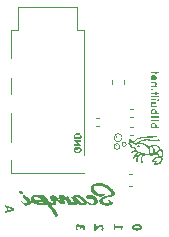
<source format=gbr>
%TF.GenerationSoftware,KiCad,Pcbnew,9.0.0-rc2-6-ga1fa0bdb0b*%
%TF.CreationDate,2025-02-01T23:33:01-05:00*%
%TF.ProjectId,scampi,7363616d-7069-42e6-9b69-6361645f7063,rev?*%
%TF.SameCoordinates,Original*%
%TF.FileFunction,Legend,Bot*%
%TF.FilePolarity,Positive*%
%FSLAX46Y46*%
G04 Gerber Fmt 4.6, Leading zero omitted, Abs format (unit mm)*
G04 Created by KiCad (PCBNEW 9.0.0-rc2-6-ga1fa0bdb0b) date 2025-02-01 23:33:01*
%MOMM*%
%LPD*%
G01*
G04 APERTURE LIST*
%ADD10C,0.100000*%
%ADD11C,0.093750*%
%ADD12C,0.400000*%
%ADD13C,0.160000*%
%ADD14C,0.300000*%
%ADD15C,0.125000*%
%ADD16C,0.120000*%
G04 APERTURE END LIST*
D10*
X151749604Y-94768110D02*
G75*
G02*
X151825320Y-94698902I159696J-98690D01*
G01*
X151762311Y-94050000D02*
G75*
G02*
X151866062Y-93882126I187689J0D01*
G01*
X152285410Y-94050000D02*
G75*
G02*
X151614590Y-94050000I-335410J0D01*
G01*
X151614590Y-94050000D02*
G75*
G02*
X152285410Y-94050000I335410J0D01*
G01*
X152096739Y-94800000D02*
G75*
G02*
X151603261Y-94800000I-246739J0D01*
G01*
X151603261Y-94800000D02*
G75*
G02*
X152096739Y-94800000I246739J0D01*
G01*
X152630278Y-94600000D02*
G75*
G02*
X152269722Y-94600000I-180278J0D01*
G01*
X152269722Y-94600000D02*
G75*
G02*
X152630278Y-94600000I180278J0D01*
G01*
D11*
G36*
X148349261Y-101667023D02*
G01*
X148350718Y-101631455D01*
X148355057Y-101596986D01*
X148362090Y-101564448D01*
X148371816Y-101533563D01*
X148383692Y-101505646D01*
X148397983Y-101479797D01*
X148413756Y-101457398D01*
X148431635Y-101437325D01*
X148450475Y-101420665D01*
X148471140Y-101406483D01*
X148492559Y-101395425D01*
X148515588Y-101386969D01*
X148539481Y-101381402D01*
X148564845Y-101378601D01*
X148577094Y-101378282D01*
X148602654Y-101379720D01*
X148626487Y-101383921D01*
X148648612Y-101390723D01*
X148669016Y-101399956D01*
X148705393Y-101425696D01*
X148735766Y-101461133D01*
X148759519Y-101506489D01*
X148767191Y-101528400D01*
X148772457Y-101528400D01*
X148784460Y-101502619D01*
X148798348Y-101479794D01*
X148813402Y-101460644D01*
X148830047Y-101444242D01*
X148847754Y-101430893D01*
X148866839Y-101420175D01*
X148908769Y-101406674D01*
X148944649Y-101403470D01*
X148972197Y-101404920D01*
X148997954Y-101409206D01*
X149021344Y-101416034D01*
X149042987Y-101425386D01*
X149080702Y-101451091D01*
X149111666Y-101486258D01*
X149135797Y-101531494D01*
X149152281Y-101587687D01*
X149159692Y-101655548D01*
X149159933Y-101671191D01*
X149158484Y-101703112D01*
X149154202Y-101733914D01*
X149137338Y-101792966D01*
X149109003Y-101850308D01*
X149095865Y-101870722D01*
X149086338Y-101882188D01*
X149076050Y-101889830D01*
X149066170Y-101893542D01*
X149055839Y-101894291D01*
X149033838Y-101887049D01*
X149022364Y-101879102D01*
X148988750Y-101851808D01*
X148977857Y-101841215D01*
X148970915Y-101830090D01*
X148967979Y-101819779D01*
X148967975Y-101809009D01*
X148976863Y-101785320D01*
X148981422Y-101778306D01*
X148995836Y-101753824D01*
X149006212Y-101728997D01*
X149011526Y-101707950D01*
X149013874Y-101685742D01*
X149013983Y-101679617D01*
X149012529Y-101658605D01*
X149008211Y-101640277D01*
X149001839Y-101625970D01*
X148993196Y-101613999D01*
X148982928Y-101604837D01*
X148970700Y-101597873D01*
X148939913Y-101590667D01*
X148931002Y-101590362D01*
X148911839Y-101591889D01*
X148894316Y-101596718D01*
X148880825Y-101603686D01*
X148868688Y-101613529D01*
X148849547Y-101641155D01*
X148835776Y-101683637D01*
X148831259Y-101712178D01*
X148828199Y-101729358D01*
X148822365Y-101743360D01*
X148815239Y-101752583D01*
X148806011Y-101759416D01*
X148782220Y-101765592D01*
X148777678Y-101765713D01*
X148748277Y-101765713D01*
X148733361Y-101764256D01*
X148720971Y-101759922D01*
X148711932Y-101753620D01*
X148704813Y-101745079D01*
X148695955Y-101720558D01*
X148694742Y-101711124D01*
X148690596Y-101673477D01*
X148684122Y-101642633D01*
X148676594Y-101620710D01*
X148667392Y-101603144D01*
X148657555Y-101590548D01*
X148646405Y-101580944D01*
X148620311Y-101569466D01*
X148589733Y-101566227D01*
X148572661Y-101567670D01*
X148557367Y-101571904D01*
X148544253Y-101578540D01*
X148532833Y-101587542D01*
X148514773Y-101612827D01*
X148503443Y-101649228D01*
X148500478Y-101685891D01*
X148506115Y-101731041D01*
X148523045Y-101775130D01*
X148542472Y-101806654D01*
X148550850Y-101821139D01*
X148555140Y-101834985D01*
X148555489Y-101846250D01*
X148552720Y-101856962D01*
X148538378Y-101875874D01*
X148532993Y-101880156D01*
X148497318Y-101906397D01*
X148483113Y-101914804D01*
X148469227Y-101919228D01*
X148457787Y-101919690D01*
X148446732Y-101916985D01*
X148427016Y-101902596D01*
X148424869Y-101900123D01*
X148407143Y-101876937D01*
X148391529Y-101851513D01*
X148378428Y-101824440D01*
X148367596Y-101795140D01*
X148359196Y-101763760D01*
X148353280Y-101730096D01*
X148349261Y-101667023D01*
G37*
D12*
G36*
X150414672Y-97890279D02*
G01*
X150572971Y-97909940D01*
X150788846Y-97966092D01*
X151019599Y-98057934D01*
X151138088Y-98117913D01*
X151251443Y-98192463D01*
X151358706Y-98273219D01*
X151450809Y-98353351D01*
X151528442Y-98433828D01*
X151555744Y-98467180D01*
X151609059Y-98537900D01*
X151649784Y-98606033D01*
X151676537Y-98667878D01*
X151688884Y-98721585D01*
X151689619Y-98735969D01*
X151675086Y-98819192D01*
X151655120Y-98863342D01*
X151654184Y-98865943D01*
X151654509Y-98871891D01*
X151638786Y-98887766D01*
X151626574Y-98898635D01*
X151610735Y-98915857D01*
X151546127Y-98955788D01*
X151545222Y-98955611D01*
X151545222Y-98955825D01*
X151546127Y-98957498D01*
X151544963Y-98965130D01*
X151536815Y-98965069D01*
X151527656Y-98970931D01*
X151515138Y-98983754D01*
X151502773Y-98988150D01*
X151408129Y-99022955D01*
X151400669Y-99025592D01*
X151367982Y-99036755D01*
X151321270Y-99050921D01*
X151309669Y-99052997D01*
X151272575Y-99062156D01*
X151257641Y-99067162D01*
X151236701Y-99073269D01*
X151234412Y-99074042D01*
X151226168Y-99076078D01*
X151173687Y-99091325D01*
X151151827Y-99098060D01*
X151090766Y-99112348D01*
X150964676Y-99140436D01*
X150958098Y-99141792D01*
X150950937Y-99143244D01*
X150921075Y-99152444D01*
X150900715Y-99158876D01*
X150883160Y-99165593D01*
X150840470Y-99177474D01*
X150776151Y-99205282D01*
X150757222Y-99210411D01*
X150673416Y-99267808D01*
X150642479Y-99314156D01*
X150635122Y-99380425D01*
X150645786Y-99402997D01*
X150651726Y-99409947D01*
X150663799Y-99426078D01*
X150699575Y-99465940D01*
X150809815Y-99544106D01*
X150826068Y-99552595D01*
X150908011Y-99584259D01*
X150991416Y-99606407D01*
X151117633Y-99619274D01*
X151177339Y-99614313D01*
X151216093Y-99594972D01*
X151235327Y-99584713D01*
X151235327Y-99550642D01*
X151204894Y-99475094D01*
X151173088Y-99433030D01*
X151133011Y-99396036D01*
X151076722Y-99363674D01*
X151039937Y-99340269D01*
X151035878Y-99323841D01*
X151041307Y-99320687D01*
X151041833Y-99320282D01*
X151041631Y-99319034D01*
X151040696Y-99318367D01*
X151050017Y-99308229D01*
X151100231Y-99297606D01*
X151181329Y-99311245D01*
X151253188Y-99337295D01*
X151367638Y-99398679D01*
X151473273Y-99488953D01*
X151504063Y-99530576D01*
X151517676Y-99566953D01*
X151518039Y-99572868D01*
X151506132Y-99593506D01*
X151504147Y-99606329D01*
X151489661Y-99652928D01*
X151471785Y-99668367D01*
X151464916Y-99675694D01*
X151435912Y-99697844D01*
X151409656Y-99711109D01*
X151413014Y-99710010D01*
X151392254Y-99724787D01*
X151362639Y-99737976D01*
X151283927Y-99762142D01*
X151266163Y-99766796D01*
X151168619Y-99789771D01*
X151097178Y-99797815D01*
X151009818Y-99802254D01*
X150924243Y-99798668D01*
X150842279Y-99787376D01*
X150762305Y-99768389D01*
X150608832Y-99707323D01*
X150604112Y-99704881D01*
X150491867Y-99634144D01*
X150392085Y-99539894D01*
X150388873Y-99535498D01*
X150374982Y-99513150D01*
X150353807Y-99474536D01*
X150343154Y-99435204D01*
X150351036Y-99354223D01*
X150358190Y-99333998D01*
X150363838Y-99323862D01*
X150381800Y-99286681D01*
X150385057Y-99280509D01*
X150405379Y-99244529D01*
X150428563Y-99223112D01*
X150429530Y-99222306D01*
X150440775Y-99210411D01*
X150469931Y-99184399D01*
X150489093Y-99166413D01*
X150496798Y-99158876D01*
X150526260Y-99132620D01*
X150529953Y-99132720D01*
X150531972Y-99130522D01*
X150531755Y-99129933D01*
X150541201Y-99122453D01*
X150550570Y-99121756D01*
X150553777Y-99116798D01*
X150565501Y-99115876D01*
X150567322Y-99116514D01*
X150578772Y-99104654D01*
X150588695Y-99097815D01*
X150617240Y-99087923D01*
X150622889Y-99080596D01*
X150634820Y-99072831D01*
X150636627Y-99073879D01*
X150649297Y-99068995D01*
X150655203Y-99065470D01*
X150669753Y-99059958D01*
X150687570Y-99051447D01*
X150692040Y-99049089D01*
X150705874Y-99043800D01*
X150725776Y-99037487D01*
X150727760Y-99038709D01*
X150743178Y-99029183D01*
X150757833Y-99024298D01*
X150763806Y-99020689D01*
X150778135Y-99015139D01*
X150784476Y-99013962D01*
X150794469Y-99012330D01*
X150921243Y-98972816D01*
X151183121Y-98908893D01*
X151205340Y-98905075D01*
X151217162Y-98903154D01*
X151249371Y-98889232D01*
X151273796Y-98880317D01*
X151287687Y-98877997D01*
X151330158Y-98864749D01*
X151365389Y-98844675D01*
X151389964Y-98821210D01*
X151395735Y-98788077D01*
X151385995Y-98708981D01*
X151322232Y-98605896D01*
X151203369Y-98480940D01*
X151299049Y-98480940D01*
X151377141Y-98562313D01*
X151396680Y-98583196D01*
X151386346Y-98569272D01*
X151322009Y-98501793D01*
X151299049Y-98480940D01*
X151203369Y-98480940D01*
X151201392Y-98478862D01*
X151514260Y-98478862D01*
X151546737Y-98522501D01*
X151529559Y-98495979D01*
X151514260Y-98478862D01*
X151201392Y-98478862D01*
X151197621Y-98474897D01*
X151124808Y-98413080D01*
X151027132Y-98342383D01*
X150930986Y-98284307D01*
X150748063Y-98200345D01*
X150622714Y-98153840D01*
X150506198Y-98121403D01*
X150414019Y-98104727D01*
X150319478Y-98095860D01*
X150246144Y-98093977D01*
X150223076Y-98093919D01*
X150163559Y-98096908D01*
X150148238Y-98098415D01*
X150135471Y-98099717D01*
X150105854Y-98105625D01*
X150076090Y-98110830D01*
X149983684Y-98141824D01*
X149932597Y-98174699D01*
X149931548Y-98182714D01*
X149924201Y-98183859D01*
X149913732Y-98197040D01*
X149894129Y-98256399D01*
X149889432Y-98295155D01*
X149894756Y-98334420D01*
X149942520Y-98433597D01*
X149968141Y-98468109D01*
X150017683Y-98534125D01*
X150053497Y-98572937D01*
X150092576Y-98615558D01*
X150152225Y-98670772D01*
X150224925Y-98721681D01*
X150368083Y-98806446D01*
X150416045Y-98827805D01*
X150486171Y-98842958D01*
X150540311Y-98844196D01*
X150579077Y-98828293D01*
X150584762Y-98825772D01*
X150598159Y-98821943D01*
X150591290Y-98821210D01*
X150593121Y-98812143D01*
X150605944Y-98805090D01*
X150613282Y-98805094D01*
X150640352Y-98804344D01*
X150640419Y-98798919D01*
X150640291Y-98798740D01*
X150644928Y-98789535D01*
X150677385Y-98791046D01*
X150687824Y-98792324D01*
X150699922Y-98789730D01*
X150699825Y-98789337D01*
X150712620Y-98778085D01*
X150723028Y-98784452D01*
X150735546Y-98785429D01*
X150764509Y-98792401D01*
X150801189Y-98829634D01*
X150804086Y-98848688D01*
X150802948Y-98854880D01*
X150800575Y-98870181D01*
X150795868Y-98894270D01*
X150792179Y-98898635D01*
X150790042Y-98908283D01*
X150774777Y-98924281D01*
X150770887Y-98929144D01*
X150765618Y-98937836D01*
X150758901Y-98944553D01*
X150736004Y-98960307D01*
X150696562Y-98985174D01*
X150674637Y-98992180D01*
X150673144Y-98992733D01*
X150643649Y-99003049D01*
X150584051Y-99022445D01*
X150525794Y-99031787D01*
X150459704Y-99034190D01*
X150387900Y-99031305D01*
X150332240Y-99019902D01*
X150176553Y-98962880D01*
X150003420Y-98866081D01*
X149840090Y-98747083D01*
X149717051Y-98605859D01*
X149667284Y-98529865D01*
X149634687Y-98461305D01*
X149625309Y-98424804D01*
X149624475Y-98320776D01*
X149636373Y-98250115D01*
X149654119Y-98197753D01*
X149667288Y-98180806D01*
X149667701Y-98178473D01*
X149667288Y-98175921D01*
X149668777Y-98166197D01*
X149679195Y-98164808D01*
X149679195Y-98160289D01*
X149683100Y-98149174D01*
X149689728Y-98147955D01*
X149690545Y-98148217D01*
X149692059Y-98147360D01*
X149691865Y-98144413D01*
X149696935Y-98131746D01*
X149700261Y-98131102D01*
X149702506Y-98131260D01*
X149702890Y-98130359D01*
X149702398Y-98129392D01*
X149712168Y-98119989D01*
X149712779Y-98115471D01*
X149722701Y-98105945D01*
X149723312Y-98101427D01*
X149725487Y-98093153D01*
X149737457Y-98089960D01*
X149753231Y-98073094D01*
X149765291Y-98059295D01*
X149773687Y-98052578D01*
X149782310Y-98047935D01*
X149791089Y-98042442D01*
X149815666Y-98033039D01*
X149817803Y-98036580D01*
X149821038Y-98025226D01*
X149843754Y-98013377D01*
X149842380Y-98011789D01*
X149854287Y-98002264D01*
X149883875Y-97991273D01*
X149901762Y-97978084D01*
X149919927Y-97965872D01*
X149938398Y-97955736D01*
X149997499Y-97931266D01*
X150064679Y-97912249D01*
X150107078Y-97907009D01*
X150108299Y-97908108D01*
X150128793Y-97900455D01*
X150140204Y-97898705D01*
X150143976Y-97898101D01*
X150179435Y-97892965D01*
X150348024Y-97887297D01*
X150414672Y-97890279D01*
G37*
G36*
X150189510Y-99585568D02*
G01*
X150177603Y-99597292D01*
X150178977Y-99594605D01*
X150173916Y-99607843D01*
X150151653Y-99630753D01*
X150147531Y-99638080D01*
X150136845Y-99647606D01*
X150134842Y-99647549D01*
X150133271Y-99651147D01*
X150133487Y-99652002D01*
X150121580Y-99661528D01*
X150116085Y-99660429D01*
X150098018Y-99682739D01*
X150058585Y-99710105D01*
X150040827Y-99721978D01*
X149962262Y-99756389D01*
X149898861Y-99773147D01*
X149880238Y-99777909D01*
X149846913Y-99789127D01*
X149842380Y-99790000D01*
X149676142Y-99784382D01*
X149655106Y-99780253D01*
X149563370Y-99757586D01*
X149453729Y-99702561D01*
X149324734Y-99610267D01*
X149229431Y-99524346D01*
X149204448Y-99500938D01*
X149148444Y-99442503D01*
X149144749Y-99430321D01*
X149159874Y-99430596D01*
X149154684Y-99430474D01*
X149151941Y-99415568D01*
X149162778Y-99412797D01*
X149172086Y-99414232D01*
X149171781Y-99415331D01*
X149189488Y-99408248D01*
X149211642Y-99412339D01*
X149246275Y-99431451D01*
X149298217Y-99463495D01*
X149422499Y-99535177D01*
X149584551Y-99597658D01*
X149699790Y-99622574D01*
X149801429Y-99621998D01*
X149819940Y-99619884D01*
X149869420Y-99603752D01*
X149878711Y-99595826D01*
X149891575Y-99589121D01*
X149894129Y-99589110D01*
X149903441Y-99572379D01*
X149918706Y-99555893D01*
X149920690Y-99545757D01*
X149926033Y-99530736D01*
X149927712Y-99520722D01*
X149931376Y-99486528D01*
X149937218Y-99436452D01*
X149932880Y-99387893D01*
X149895356Y-99296724D01*
X149830778Y-99219570D01*
X149739264Y-99147019D01*
X149601939Y-99077261D01*
X149536161Y-99058492D01*
X149519979Y-99056416D01*
X149517690Y-99065697D01*
X149534386Y-99095266D01*
X149561501Y-99127491D01*
X149597673Y-99152155D01*
X149603633Y-99155457D01*
X149613884Y-99168730D01*
X149613594Y-99181521D01*
X149586521Y-99211262D01*
X149582719Y-99214319D01*
X149542677Y-99226977D01*
X149538450Y-99226287D01*
X149541961Y-99230317D01*
X149540053Y-99244147D01*
X149526696Y-99249002D01*
X149494239Y-99246025D01*
X149464414Y-99234347D01*
X149442585Y-99217128D01*
X149467162Y-99233981D01*
X149485747Y-99253535D01*
X149481206Y-99264755D01*
X149463178Y-99273271D01*
X149438019Y-99275106D01*
X149407316Y-99268511D01*
X149371390Y-99251733D01*
X149337713Y-99228363D01*
X149303527Y-99198398D01*
X149281127Y-99167775D01*
X149269594Y-99148289D01*
X149266730Y-99143367D01*
X149245454Y-99105515D01*
X149236916Y-99073453D01*
X149241695Y-99039930D01*
X149247064Y-99026939D01*
X149259556Y-98997554D01*
X149260802Y-98994877D01*
X149272889Y-98971618D01*
X149286422Y-98961528D01*
X149304988Y-98947850D01*
X149311762Y-98934905D01*
X149313251Y-98928555D01*
X149323669Y-98924769D01*
X149329317Y-98920373D01*
X149342293Y-98916465D01*
X149341072Y-98917564D01*
X149360258Y-98905343D01*
X149398871Y-98896998D01*
X149399232Y-98896926D01*
X149413276Y-98889476D01*
X149424601Y-98882878D01*
X149428694Y-98882759D01*
X149430831Y-98882271D01*
X149459407Y-98873034D01*
X149465788Y-98871769D01*
X149550216Y-98864047D01*
X149622775Y-98868507D01*
X149693915Y-98880552D01*
X149714000Y-98885812D01*
X149807959Y-98923481D01*
X149901907Y-98970516D01*
X149980907Y-99019696D01*
X150048782Y-99073882D01*
X150055482Y-99080230D01*
X150125747Y-99154069D01*
X150176162Y-99224134D01*
X150201929Y-99277288D01*
X150217647Y-99332605D01*
X150221464Y-99454729D01*
X150217445Y-99487749D01*
X150189510Y-99585568D01*
G37*
G36*
X150044338Y-99123583D02*
G01*
X149951221Y-99043349D01*
X149981598Y-99062278D01*
X150026594Y-99101557D01*
X150044491Y-99118210D01*
X150062199Y-99135062D01*
X150044338Y-99123583D01*
G37*
G36*
X149900388Y-99198443D02*
G01*
X149845029Y-99147153D01*
X149827725Y-99135062D01*
X149820856Y-99123415D01*
X149855661Y-99149228D01*
X149900388Y-99198443D01*
G37*
G36*
X150033042Y-99150572D02*
G01*
X149995642Y-99115523D01*
X149964196Y-99084748D01*
X150002817Y-99112958D01*
X150033042Y-99150572D01*
G37*
G36*
X149961601Y-99155823D02*
G01*
X149969692Y-99164738D01*
X149956716Y-99159853D01*
X149955156Y-99157418D01*
X149953663Y-99150327D01*
X149961601Y-99155823D01*
G37*
G36*
X148574689Y-98885529D02*
G01*
X148608496Y-98893262D01*
X148613730Y-98894505D01*
X148688243Y-98914409D01*
X148770459Y-98949438D01*
X148929627Y-99043390D01*
X149092208Y-99177606D01*
X149199258Y-99299193D01*
X149245552Y-99369343D01*
X149278861Y-99438776D01*
X149297871Y-99508387D01*
X149306018Y-99556133D01*
X149302209Y-99598598D01*
X149286728Y-99636859D01*
X149266425Y-99673862D01*
X149251969Y-99692139D01*
X149226430Y-99711475D01*
X149218950Y-99713551D01*
X149217006Y-99715342D01*
X149194373Y-99730404D01*
X149186336Y-99736501D01*
X149175292Y-99747990D01*
X149153005Y-99747990D01*
X149131251Y-99760406D01*
X149072404Y-99776078D01*
X149014244Y-99784382D01*
X148990326Y-99786459D01*
X148972418Y-99790000D01*
X148865256Y-99784504D01*
X148756577Y-99748990D01*
X148607300Y-99662601D01*
X148565295Y-99632829D01*
X148532170Y-99614267D01*
X148531786Y-99614857D01*
X148520721Y-99641866D01*
X148490486Y-99689682D01*
X148476459Y-99701150D01*
X148465614Y-99701584D01*
X148465868Y-99701751D01*
X148460729Y-99710376D01*
X148433805Y-99727947D01*
X148417986Y-99731870D01*
X148404095Y-99739319D01*
X148403770Y-99739449D01*
X148368985Y-99748722D01*
X148347919Y-99748722D01*
X148319086Y-99752495D01*
X148260908Y-99759836D01*
X148209494Y-99755590D01*
X148163516Y-99742616D01*
X148105680Y-99698827D01*
X147896222Y-99494710D01*
X147861303Y-99451677D01*
X147861103Y-99443070D01*
X147871951Y-99440610D01*
X147874088Y-99433283D01*
X147886963Y-99426854D01*
X147896070Y-99426566D01*
X147923776Y-99428899D01*
X147969141Y-99453450D01*
X147976212Y-99458196D01*
X148130233Y-99531997D01*
X148227629Y-99578729D01*
X148263713Y-99587766D01*
X148262587Y-99568960D01*
X148235144Y-99489276D01*
X148139412Y-99329153D01*
X148098639Y-99272205D01*
X148014356Y-99153136D01*
X147996178Y-99119396D01*
X147994530Y-99101113D01*
X148004911Y-99101479D01*
X147995370Y-99098684D01*
X148003025Y-99091671D01*
X148025976Y-99083527D01*
X148036967Y-99083527D01*
X148035136Y-99072170D01*
X148036185Y-99058782D01*
X148043531Y-99053729D01*
X148415849Y-99053729D01*
X148439968Y-99116500D01*
X148454985Y-99146359D01*
X148452943Y-99157533D01*
X148434316Y-99158717D01*
X148430564Y-99156093D01*
X148441724Y-99191009D01*
X148435560Y-99194778D01*
X148431987Y-99193082D01*
X148457391Y-99226896D01*
X148498586Y-99267198D01*
X148696270Y-99448105D01*
X148830757Y-99553084D01*
X148931540Y-99605394D01*
X148944940Y-99611458D01*
X148992873Y-99625136D01*
X149005486Y-99623975D01*
X149012260Y-99615854D01*
X149027097Y-99576109D01*
X149025540Y-99509120D01*
X148983739Y-99421850D01*
X148887736Y-99307714D01*
X148813660Y-99244483D01*
X148731486Y-99182404D01*
X148649206Y-99130664D01*
X148571505Y-99091408D01*
X148497889Y-99063859D01*
X148431114Y-99049089D01*
X148417872Y-99047974D01*
X148415849Y-99053729D01*
X148043531Y-99053729D01*
X148044020Y-99051867D01*
X148042158Y-99052020D01*
X148046415Y-99044538D01*
X148056674Y-99041866D01*
X148080778Y-99044570D01*
X148087648Y-99047257D01*
X148087648Y-99032480D01*
X148091159Y-99027351D01*
X148089866Y-99021619D01*
X148104120Y-99022241D01*
X148129364Y-99026937D01*
X148133138Y-99027718D01*
X148144091Y-99030374D01*
X148147029Y-99022955D01*
X148148957Y-99014681D01*
X148162447Y-99010621D01*
X148185956Y-98993524D01*
X148219281Y-98956728D01*
X148225492Y-98954567D01*
X148231140Y-98947362D01*
X148238315Y-98935027D01*
X148246711Y-98930265D01*
X148257155Y-98923084D01*
X148266250Y-98918175D01*
X148269609Y-98916831D01*
X148281430Y-98911432D01*
X148283500Y-98912557D01*
X148294033Y-98910847D01*
X148309451Y-98901444D01*
X148348202Y-98890280D01*
X148350056Y-98886912D01*
X148363948Y-98884591D01*
X148372649Y-98882637D01*
X148398776Y-98874013D01*
X148463629Y-98867739D01*
X148574689Y-98885529D01*
G37*
G36*
X148094670Y-99680823D02*
G01*
X148089022Y-99688150D01*
X148084423Y-99705568D01*
X148068261Y-99711720D01*
X148067597Y-99710996D01*
X148068108Y-99718925D01*
X148066620Y-99730007D01*
X148056202Y-99736877D01*
X148054064Y-99737365D01*
X148042158Y-99742494D01*
X148028572Y-99746646D01*
X148017285Y-99754067D01*
X148006160Y-99753503D01*
X148002315Y-99751287D01*
X147999262Y-99755928D01*
X147968732Y-99759225D01*
X147966595Y-99759225D01*
X147940644Y-99767651D01*
X147924616Y-99769361D01*
X147911362Y-99775603D01*
X147898970Y-99776078D01*
X147858697Y-99766406D01*
X147804021Y-99727229D01*
X147735323Y-99647914D01*
X147593361Y-99452090D01*
X147509556Y-99337418D01*
X147359651Y-99189651D01*
X147254445Y-99112783D01*
X147233714Y-99101235D01*
X147234139Y-99101871D01*
X147259665Y-99128956D01*
X147283784Y-99171577D01*
X147322099Y-99244117D01*
X147335516Y-99269685D01*
X147346829Y-99291866D01*
X147402603Y-99397210D01*
X147420407Y-99443785D01*
X147436102Y-99501235D01*
X147438996Y-99549488D01*
X147430940Y-99582882D01*
X147424071Y-99610115D01*
X147402200Y-99638509D01*
X147368658Y-99661284D01*
X147363620Y-99668122D01*
X147361652Y-99669991D01*
X147354589Y-99675199D01*
X147343776Y-99672519D01*
X147333090Y-99675694D01*
X147314161Y-99683632D01*
X147291721Y-99686074D01*
X147236996Y-99699691D01*
X147198299Y-99700484D01*
X147158301Y-99692423D01*
X147104796Y-99663191D01*
X146817127Y-99439023D01*
X146567083Y-99235812D01*
X146590439Y-99277456D01*
X146671192Y-99420582D01*
X146712487Y-99504700D01*
X146720498Y-99521821D01*
X146726580Y-99609973D01*
X146720498Y-99641500D01*
X146711217Y-99669028D01*
X146698760Y-99703587D01*
X146684931Y-99720024D01*
X146678672Y-99720512D01*
X146665536Y-99734675D01*
X146652721Y-99739685D01*
X146650584Y-99745792D01*
X146635166Y-99753607D01*
X146633029Y-99752508D01*
X146631312Y-99764354D01*
X146619290Y-99756416D01*
X146614711Y-99760446D01*
X146583570Y-99767651D01*
X146535332Y-99781451D01*
X146495145Y-99788667D01*
X146453777Y-99788229D01*
X146356831Y-99764222D01*
X146335511Y-99756050D01*
X146278594Y-99727860D01*
X146214409Y-99681700D01*
X146149446Y-99629963D01*
X146113708Y-99601322D01*
X145975982Y-99483746D01*
X145938463Y-99449891D01*
X145937035Y-99427898D01*
X145948483Y-99415229D01*
X145965941Y-99409836D01*
X146001378Y-99419773D01*
X146018148Y-99427177D01*
X146165304Y-99500083D01*
X146346654Y-99581050D01*
X146432368Y-99600733D01*
X146438398Y-99600223D01*
X146451946Y-99594392D01*
X146451984Y-99568593D01*
X146445545Y-99554492D01*
X146403135Y-99474071D01*
X146395808Y-99451113D01*
X146361309Y-99390296D01*
X146305286Y-99297850D01*
X146259795Y-99227875D01*
X146219350Y-99153782D01*
X146203620Y-99124071D01*
X146182762Y-99070431D01*
X146179406Y-99033930D01*
X146185301Y-99023443D01*
X146192781Y-99021734D01*
X146205299Y-99001828D01*
X146217358Y-98985341D01*
X146218942Y-98974549D01*
X146230028Y-98973007D01*
X146231402Y-98975694D01*
X146231402Y-98961894D01*
X146262848Y-98952491D01*
X146281167Y-98945041D01*
X146318872Y-98936737D01*
X146331837Y-98932736D01*
X146348181Y-98928311D01*
X146353829Y-98929410D01*
X146370909Y-98919611D01*
X146434928Y-98927199D01*
X146476561Y-98939790D01*
X146614136Y-99018212D01*
X146740025Y-99104316D01*
X146875441Y-99207513D01*
X146967794Y-99285027D01*
X147060419Y-99362409D01*
X147132200Y-99421071D01*
X147050837Y-99280997D01*
X146967508Y-99131567D01*
X146931463Y-99036632D01*
X146924428Y-99004788D01*
X146939147Y-98982941D01*
X146939401Y-98982777D01*
X146956345Y-98955666D01*
X146968939Y-98941454D01*
X146980159Y-98939424D01*
X146980662Y-98939823D01*
X146980312Y-98933806D01*
X146980503Y-98922622D01*
X146986113Y-98924647D01*
X147002904Y-98912313D01*
X147022249Y-98902243D01*
X147043510Y-98891919D01*
X147091696Y-98874211D01*
X147092358Y-98872257D01*
X147105028Y-98872257D01*
X147114035Y-98873967D01*
X147135820Y-98867161D01*
X147216362Y-98876071D01*
X147270961Y-98892285D01*
X147420560Y-98972519D01*
X147430165Y-98979547D01*
X147446968Y-98990837D01*
X147506502Y-99035778D01*
X147536384Y-99056325D01*
X147540391Y-99052508D01*
X147555428Y-99036515D01*
X147584965Y-99031992D01*
X147596262Y-99031992D01*
X147611297Y-99019502D01*
X147641905Y-99021001D01*
X147648774Y-99022100D01*
X147663581Y-99021367D01*
X147663581Y-99024420D01*
X147663969Y-99010615D01*
X147676592Y-99008264D01*
X147685716Y-99009399D01*
X147727515Y-99023256D01*
X147760448Y-99065857D01*
X147763568Y-99080474D01*
X147782918Y-99122491D01*
X147864318Y-99243750D01*
X147968536Y-99393271D01*
X148004758Y-99454410D01*
X148050420Y-99542173D01*
X148103066Y-99648461D01*
X148104649Y-99674167D01*
X148094670Y-99680823D01*
G37*
G36*
X147839894Y-99308108D02*
G01*
X147897265Y-99387328D01*
X147906450Y-99400676D01*
X147929043Y-99442930D01*
X147790587Y-99248757D01*
X147796267Y-99250254D01*
X147830126Y-99294000D01*
X147839894Y-99308108D01*
G37*
G36*
X147561457Y-99311284D02*
G01*
X147572848Y-99318307D01*
X147580844Y-99324717D01*
X147613265Y-99373342D01*
X147647553Y-99423025D01*
X147694538Y-99488764D01*
X147701524Y-99506147D01*
X147701286Y-99506189D01*
X147684549Y-99479590D01*
X147561457Y-99311284D01*
G37*
G36*
X147849664Y-99283318D02*
G01*
X147868135Y-99305666D01*
X147924005Y-99381137D01*
X147944064Y-99426820D01*
X147942781Y-99424979D01*
X147849664Y-99283318D01*
G37*
G36*
X147831498Y-99261824D02*
G01*
X147828750Y-99251322D01*
X147837146Y-99258527D01*
X147837200Y-99259877D01*
X147835772Y-99262679D01*
X147831498Y-99261824D01*
G37*
G36*
X147483605Y-99232515D02*
G01*
X147480685Y-99227356D01*
X147489558Y-99229340D01*
X147491390Y-99236179D01*
X147483605Y-99232515D01*
G37*
G36*
X147813333Y-99241796D02*
G01*
X147813275Y-99237136D01*
X147814706Y-99231782D01*
X147818981Y-99238133D01*
X147820355Y-99243018D01*
X147813333Y-99241796D01*
G37*
G36*
X147534285Y-99284539D02*
G01*
X147532587Y-99278051D01*
X147539017Y-99280265D01*
X147540391Y-99290523D01*
X147534285Y-99284539D01*
G37*
G36*
X145614994Y-98874455D02*
G01*
X145621558Y-98881172D01*
X145655398Y-98894741D01*
X145699411Y-98942355D01*
X145746752Y-99008458D01*
X145807641Y-99084382D01*
X146010668Y-99331434D01*
X146175379Y-99549054D01*
X146381612Y-99828834D01*
X146596164Y-100116522D01*
X146721414Y-100297048D01*
X146800619Y-100435035D01*
X146844717Y-100534354D01*
X146854832Y-100599298D01*
X146830961Y-100659275D01*
X146801709Y-100715314D01*
X146738238Y-100771299D01*
X146679588Y-100795425D01*
X146610527Y-100796959D01*
X146581713Y-100787380D01*
X146562783Y-100771951D01*
X146561741Y-100770390D01*
X146563804Y-100752698D01*
X146580836Y-100741974D01*
X146599598Y-100737540D01*
X146621275Y-100717878D01*
X146618164Y-100670874D01*
X146597308Y-100631172D01*
X146554871Y-100554846D01*
X146475742Y-100423092D01*
X146370512Y-100269789D01*
X146342746Y-100232095D01*
X146431582Y-100232095D01*
X146444151Y-100250007D01*
X146439772Y-100243070D01*
X146431582Y-100232095D01*
X146342746Y-100232095D01*
X146135384Y-99950589D01*
X146099975Y-99902632D01*
X146273052Y-99902632D01*
X146280098Y-99912487D01*
X146324367Y-99966465D01*
X146273052Y-99902632D01*
X146099975Y-99902632D01*
X146052463Y-99838282D01*
X145995403Y-99760080D01*
X145925335Y-99664092D01*
X145862137Y-99713796D01*
X145829317Y-99728450D01*
X145784896Y-99744815D01*
X145664271Y-99783176D01*
X145657126Y-99784504D01*
X145612247Y-99789877D01*
X145414105Y-99787191D01*
X145301256Y-99766515D01*
X145190941Y-99737628D01*
X145089698Y-99702561D01*
X144990015Y-99659136D01*
X144922260Y-99624159D01*
X144850209Y-99588377D01*
X144792049Y-99588377D01*
X144588202Y-99584651D01*
X144486266Y-99574198D01*
X144450872Y-99565785D01*
X144337910Y-99522798D01*
X145273054Y-99522798D01*
X145329230Y-99543803D01*
X145392123Y-99563586D01*
X145414556Y-99568677D01*
X145457000Y-99577630D01*
X145471945Y-99579695D01*
X145496842Y-99583492D01*
X145551644Y-99591796D01*
X145648291Y-99593735D01*
X145691473Y-99581660D01*
X145695719Y-99572856D01*
X145689323Y-99562827D01*
X145635922Y-99537245D01*
X145564467Y-99519989D01*
X145443088Y-99510052D01*
X145344479Y-99511942D01*
X145275384Y-99521978D01*
X145273054Y-99522798D01*
X144337910Y-99522798D01*
X144295340Y-99506598D01*
X144249392Y-99478792D01*
X144229786Y-99456457D01*
X144236091Y-99444274D01*
X144238991Y-99441831D01*
X144243126Y-99430621D01*
X144249524Y-99429497D01*
X144267690Y-99424612D01*
X144284452Y-99417559D01*
X144305869Y-99421061D01*
X144307074Y-99421437D01*
X144466031Y-99444650D01*
X144547065Y-99446411D01*
X144608570Y-99441068D01*
X144636998Y-99433400D01*
X144647182Y-99423269D01*
X144630696Y-99405317D01*
X144612795Y-99382105D01*
X144570703Y-99324106D01*
X144543207Y-99269014D01*
X144531625Y-99228485D01*
X144528266Y-99204427D01*
X144551814Y-99114947D01*
X144819723Y-99114947D01*
X144828941Y-99170380D01*
X144838455Y-99190628D01*
X144885207Y-99258357D01*
X144940905Y-99318326D01*
X144977673Y-99350973D01*
X144994899Y-99366217D01*
X145012211Y-99372634D01*
X145081324Y-99363796D01*
X145230471Y-99337989D01*
X145372070Y-99321130D01*
X145474555Y-99316046D01*
X145518671Y-99313848D01*
X145443566Y-99242529D01*
X145359187Y-99190698D01*
X145270563Y-99147293D01*
X145137194Y-99104288D01*
X145054780Y-99088516D01*
X144976906Y-99081608D01*
X144908646Y-99083265D01*
X144847382Y-99092938D01*
X144835554Y-99095983D01*
X144819723Y-99114947D01*
X144551814Y-99114947D01*
X144564292Y-99067529D01*
X144573756Y-99055928D01*
X144584183Y-99049220D01*
X144585511Y-99049211D01*
X144591617Y-99043593D01*
X144589766Y-99033717D01*
X144600623Y-99032358D01*
X144602236Y-99030281D01*
X144616346Y-99012086D01*
X144641534Y-98987662D01*
X144659089Y-98977526D01*
X144687024Y-98959574D01*
X144692672Y-98960673D01*
X144704579Y-98951270D01*
X144726103Y-98943576D01*
X144745337Y-98931608D01*
X144757244Y-98924281D01*
X144826977Y-98894265D01*
X144957598Y-98876217D01*
X144991564Y-98875554D01*
X145089101Y-98879514D01*
X145183391Y-98891604D01*
X145269413Y-98910734D01*
X145352697Y-98937636D01*
X145438376Y-98975083D01*
X145446925Y-98966046D01*
X145450083Y-98964762D01*
X145456443Y-98957339D01*
X145456236Y-98957009D01*
X145453480Y-98930354D01*
X145460583Y-98922077D01*
X145471654Y-98920373D01*
X145489515Y-98924005D01*
X145496384Y-98925990D01*
X145501116Y-98926357D01*
X145499493Y-98915535D01*
X145497605Y-98902299D01*
X145496479Y-98885232D01*
X145519740Y-98890331D01*
X145542524Y-98897985D01*
X145547980Y-98898025D01*
X145561982Y-98900887D01*
X145557597Y-98889598D01*
X145552848Y-98877088D01*
X145560651Y-98873839D01*
X145578816Y-98881782D01*
X145585532Y-98886423D01*
X145594973Y-98870373D01*
X145614994Y-98874455D01*
G37*
G36*
X144491782Y-99699019D02*
G01*
X144487282Y-99708211D01*
X144484760Y-99708545D01*
X144477341Y-99713099D01*
X144459878Y-99724420D01*
X144409808Y-99755928D01*
X144409097Y-99756215D01*
X144384621Y-99768872D01*
X144365692Y-99773147D01*
X144324781Y-99778642D01*
X144268758Y-99789877D01*
X144178129Y-99790641D01*
X144101147Y-99772780D01*
X144019042Y-99721611D01*
X143938725Y-99656765D01*
X143780979Y-99512677D01*
X143720433Y-99443419D01*
X143722265Y-99433695D01*
X143735088Y-99437435D01*
X143739266Y-99441557D01*
X143737835Y-99437801D01*
X143743483Y-99428932D01*
X143763786Y-99425467D01*
X143817396Y-99448939D01*
X143853851Y-99468210D01*
X144010625Y-99538852D01*
X144171366Y-99594239D01*
X144223604Y-99610156D01*
X144249765Y-99611773D01*
X144252424Y-99608893D01*
X144251194Y-99560547D01*
X144248913Y-99542215D01*
X144206863Y-99436785D01*
X144119923Y-99296507D01*
X143938267Y-99083283D01*
X143881633Y-99012330D01*
X143872424Y-98981607D01*
X143878469Y-98962830D01*
X143882702Y-98962016D01*
X143884839Y-98959330D01*
X143894265Y-98951850D01*
X143908500Y-98950781D01*
X143911463Y-98952052D01*
X143913615Y-98949973D01*
X143912927Y-98946263D01*
X143912927Y-98926113D01*
X143921132Y-98912740D01*
X143935977Y-98911458D01*
X143955822Y-98917930D01*
X143960059Y-98920004D01*
X143968769Y-98922999D01*
X143969153Y-98914027D01*
X143968797Y-98909993D01*
X143970245Y-98887098D01*
X143983203Y-98885177D01*
X143992001Y-98890942D01*
X144009556Y-98900223D01*
X144019434Y-98902297D01*
X144029706Y-98906939D01*
X144034385Y-98907831D01*
X144036728Y-98908649D01*
X144037980Y-98909082D01*
X144035659Y-98902787D01*
X144031135Y-98888274D01*
X144037083Y-98881255D01*
X144054282Y-98887400D01*
X144056420Y-98890209D01*
X144068174Y-98877875D01*
X144093880Y-98890930D01*
X144149232Y-98943820D01*
X144159043Y-98954048D01*
X144236701Y-99039075D01*
X144363009Y-99180714D01*
X144446954Y-99299927D01*
X144457894Y-99319954D01*
X144473719Y-99347643D01*
X144482318Y-99361964D01*
X144529097Y-99483714D01*
X144545669Y-99564930D01*
X144530717Y-99629112D01*
X144502010Y-99688272D01*
X144499098Y-99691910D01*
X144491782Y-99699385D01*
X144491782Y-99699019D01*
G37*
G36*
X143905142Y-98728886D02*
G01*
X143898120Y-98750136D01*
X143883312Y-98797152D01*
X143872131Y-98808470D01*
X143847699Y-98831644D01*
X143839152Y-98835630D01*
X143835838Y-98829637D01*
X143830953Y-98836231D01*
X143805765Y-98843681D01*
X143799336Y-98843420D01*
X143789584Y-98845024D01*
X143776456Y-98852107D01*
X143686697Y-98803258D01*
X143645565Y-98764466D01*
X143618952Y-98730457D01*
X143618920Y-98729986D01*
X143591748Y-98692494D01*
X143566174Y-98662811D01*
X143553127Y-98647554D01*
X143544419Y-98622314D01*
X143546808Y-98603268D01*
X143558317Y-98602247D01*
X143564423Y-98600659D01*
X143590984Y-98602735D01*
X143603386Y-98609387D01*
X143600708Y-98610871D01*
X143584268Y-98593820D01*
X143581695Y-98578133D01*
X143588472Y-98566430D01*
X143612755Y-98551237D01*
X143620904Y-98547048D01*
X143656110Y-98529522D01*
X143689404Y-98523652D01*
X143718296Y-98533370D01*
X143724860Y-98541430D01*
X143722212Y-98534774D01*
X143729783Y-98532513D01*
X143735698Y-98532271D01*
X143781036Y-98555840D01*
X143848589Y-98620879D01*
X143890291Y-98676091D01*
X143910156Y-98716115D01*
X143905142Y-98724979D01*
X143905142Y-98728886D01*
G37*
G36*
X144330124Y-99196245D02*
G01*
X144138241Y-98985341D01*
X144212277Y-99057515D01*
X144306769Y-99166814D01*
X144330124Y-99196245D01*
G37*
G36*
X144329972Y-99243750D02*
G01*
X144152285Y-99040174D01*
X144155796Y-99040296D01*
X144279857Y-99176834D01*
X144292877Y-99191971D01*
X144329972Y-99243750D01*
G37*
G36*
X144005281Y-99063743D02*
G01*
X144086187Y-99147030D01*
X144150587Y-99220227D01*
X144159367Y-99233017D01*
X144151674Y-99229951D01*
X144005281Y-99063743D01*
G37*
G36*
X144215788Y-99192093D02*
G01*
X144230186Y-99210898D01*
X144239754Y-99226165D01*
X144214719Y-99196367D01*
X144190892Y-99171209D01*
X144187242Y-99167302D01*
X144215788Y-99192093D01*
G37*
G36*
X144135188Y-99102456D02*
G01*
X144150680Y-99118907D01*
X144176709Y-99143855D01*
X144173790Y-99149778D01*
X144155185Y-99134818D01*
X144128467Y-99102042D01*
X144120381Y-99093053D01*
X144122747Y-99089603D01*
X144135188Y-99102456D01*
G37*
G36*
X143728371Y-98762714D02*
G01*
X143716311Y-98750136D01*
X143729592Y-98758196D01*
X143741194Y-98767477D01*
X143728371Y-98762714D01*
G37*
G36*
X144353785Y-99228607D02*
G01*
X144352381Y-99226398D01*
X144351801Y-99222257D01*
X144356228Y-99226043D01*
X144360807Y-99232271D01*
X144356495Y-99233828D01*
X144353785Y-99228607D01*
G37*
D11*
G36*
X142396793Y-99767509D02*
G01*
X143076170Y-99977527D01*
X143091477Y-99983817D01*
X143103404Y-99992172D01*
X143111198Y-100001296D01*
X143116548Y-100012136D01*
X143120271Y-100036328D01*
X143120271Y-100170738D01*
X143118785Y-100186769D01*
X143114246Y-100200409D01*
X143107710Y-100210410D01*
X143098686Y-100218722D01*
X143076170Y-100229540D01*
X142396793Y-100439512D01*
X142382064Y-100442765D01*
X142369016Y-100442599D01*
X142358789Y-100439586D01*
X142350316Y-100433946D01*
X142339575Y-100416061D01*
X142336938Y-100396465D01*
X142336938Y-100313529D01*
X142338410Y-100297548D01*
X142342851Y-100284041D01*
X142349262Y-100274154D01*
X142358038Y-100266137D01*
X142382093Y-100255781D01*
X142516502Y-100222167D01*
X142516502Y-100186492D01*
X142661400Y-100186492D01*
X142727757Y-100169685D01*
X142965301Y-100113108D01*
X142979541Y-100109830D01*
X142979541Y-100105617D01*
X142860647Y-100076499D01*
X142727757Y-100043656D01*
X142661400Y-100026895D01*
X142661400Y-100186492D01*
X142516502Y-100186492D01*
X142516502Y-99991174D01*
X142382093Y-99957560D01*
X142367116Y-99952445D01*
X142355190Y-99945023D01*
X142347136Y-99936479D01*
X142341426Y-99926067D01*
X142336938Y-99899812D01*
X142336938Y-99810602D01*
X142338368Y-99795755D01*
X142342511Y-99783587D01*
X142348504Y-99774899D01*
X142356427Y-99768664D01*
X142376780Y-99763926D01*
X142396793Y-99767509D01*
G37*
D13*
G36*
X148489409Y-95065512D02*
G01*
X148505236Y-95055450D01*
X148515397Y-95039769D01*
X148518767Y-95021842D01*
X148518767Y-94884187D01*
X148515397Y-94866259D01*
X148505285Y-94851751D01*
X148489605Y-94841639D01*
X148471677Y-94837194D01*
X148361719Y-94837194D01*
X148340421Y-94842763D01*
X148273108Y-94878569D01*
X148209165Y-94945736D01*
X148181126Y-95001716D01*
X148178000Y-95021842D01*
X148178000Y-95132630D01*
X148182445Y-95152805D01*
X148219325Y-95219972D01*
X148274085Y-95275903D01*
X148341105Y-95311709D01*
X148445055Y-95344193D01*
X148581342Y-95344193D01*
X148678551Y-95313956D01*
X148752263Y-95275903D01*
X148815962Y-95207662D01*
X148843903Y-95152805D01*
X148850156Y-95132630D01*
X148850156Y-95021842D01*
X148845662Y-95001716D01*
X148817720Y-94945736D01*
X148753973Y-94878569D01*
X148686806Y-94842763D01*
X148668879Y-94838318D01*
X148647630Y-94841639D01*
X148631949Y-94851751D01*
X148624133Y-94864061D01*
X148618516Y-94880816D01*
X148618516Y-94912177D01*
X148621886Y-94928932D01*
X148630826Y-94943489D01*
X148644259Y-94954675D01*
X148692424Y-94978220D01*
X148709179Y-94994975D01*
X148728230Y-95033028D01*
X148728230Y-95121444D01*
X148709179Y-95159497D01*
X148692375Y-95176301D01*
X148647483Y-95198674D01*
X148575725Y-95222170D01*
X148452431Y-95222170D01*
X148380672Y-95198674D01*
X148335780Y-95176301D01*
X148318976Y-95159497D01*
X148299926Y-95121444D01*
X148299926Y-95033028D01*
X148318635Y-94994975D01*
X148335145Y-94978220D01*
X148372612Y-94959169D01*
X148396841Y-94959169D01*
X148396841Y-95021842D01*
X148400212Y-95039769D01*
X148410372Y-95055450D01*
X148425076Y-95065512D01*
X148471335Y-95068834D01*
X148489409Y-95065512D01*
G37*
G36*
X148801210Y-94738960D02*
G01*
X148825780Y-94732267D01*
X148839214Y-94719909D01*
X148847030Y-94703154D01*
X148844782Y-94674040D01*
X148834720Y-94658360D01*
X148452089Y-94381926D01*
X148803163Y-94381926D01*
X148821140Y-94377431D01*
X148836918Y-94367369D01*
X148847030Y-94352812D01*
X148850400Y-94334884D01*
X148847030Y-94289016D01*
X148836918Y-94273335D01*
X148821189Y-94263272D01*
X148803261Y-94259951D01*
X148224015Y-94259951D01*
X148199346Y-94266643D01*
X148185864Y-94279002D01*
X148178000Y-94295757D01*
X148178000Y-94314808D01*
X148190309Y-94340551D01*
X148572940Y-94616985D01*
X148224650Y-94616985D01*
X148206820Y-94621430D01*
X148191189Y-94631493D01*
X148181126Y-94646050D01*
X148177755Y-94691919D01*
X148181126Y-94709846D01*
X148191189Y-94725526D01*
X148206820Y-94735589D01*
X148224699Y-94738960D01*
X148801210Y-94738960D01*
G37*
G36*
X148598097Y-93659162D02*
G01*
X148679870Y-93686029D01*
X148741468Y-93716217D01*
X148808683Y-93780013D01*
X148819919Y-93797941D01*
X148850156Y-93895296D01*
X148850156Y-94087759D01*
X148847030Y-94106810D01*
X148836918Y-94121367D01*
X148821237Y-94131430D01*
X148803310Y-94134801D01*
X148224845Y-94134801D01*
X148206918Y-94131430D01*
X148191237Y-94121367D01*
X148181126Y-94106810D01*
X148178000Y-94087808D01*
X148178000Y-93903112D01*
X148299926Y-93903112D01*
X148299926Y-94013900D01*
X148728230Y-94013900D01*
X148728230Y-93903112D01*
X148706932Y-93838192D01*
X148692375Y-93824759D01*
X148647483Y-93801263D01*
X148575725Y-93777766D01*
X148452431Y-93777766D01*
X148380672Y-93801263D01*
X148335780Y-93824759D01*
X148321224Y-93838192D01*
X148299926Y-93903112D01*
X148178000Y-93903112D01*
X148178000Y-93895296D01*
X148208237Y-93797941D01*
X148219472Y-93780013D01*
X148286688Y-93716217D01*
X148348286Y-93686029D01*
X148445739Y-93655792D01*
X148598097Y-93659162D01*
G37*
D14*
G36*
X153711382Y-94682068D02*
G01*
X153742351Y-94703160D01*
X153763526Y-94734138D01*
X153770561Y-94770693D01*
X153763522Y-94807340D01*
X153742351Y-94838333D01*
X153711382Y-94859425D01*
X153674818Y-94866436D01*
X153638144Y-94859423D01*
X153607071Y-94838333D01*
X153585984Y-94807349D01*
X153578968Y-94770693D01*
X153585979Y-94734129D01*
X153607071Y-94703160D01*
X153638144Y-94682070D01*
X153674818Y-94675057D01*
X153711382Y-94682068D01*
G37*
G36*
X155244429Y-93952602D02*
G01*
X155120690Y-94001649D01*
X155056682Y-94018133D01*
X154979639Y-94031034D01*
X154789649Y-94045353D01*
X154517700Y-94049520D01*
X154288776Y-94055249D01*
X154100426Y-94070998D01*
X153924091Y-94100294D01*
X153772912Y-94142058D01*
X153631434Y-94200227D01*
X153498612Y-94275735D01*
X153372658Y-94368019D01*
X153294785Y-94437422D01*
X153371989Y-94492275D01*
X153433399Y-94522541D01*
X153591848Y-94409997D01*
X153760410Y-94318157D01*
X153930630Y-94251359D01*
X154088031Y-94211621D01*
X154244677Y-94190160D01*
X154393212Y-94183197D01*
X154570703Y-94189109D01*
X154744235Y-94206706D01*
X154915367Y-94224469D01*
X155076131Y-94230214D01*
X155167922Y-94226750D01*
X155257679Y-94216430D01*
X155346311Y-94197173D01*
X155436877Y-94166314D01*
X155476842Y-94262485D01*
X155374302Y-94296966D01*
X155273174Y-94318157D01*
X155171378Y-94329398D01*
X155070788Y-94333117D01*
X154908567Y-94327445D01*
X154734084Y-94309822D01*
X154558583Y-94292209D01*
X154387976Y-94286421D01*
X154255544Y-94292357D01*
X154117203Y-94310570D01*
X153978237Y-94344051D01*
X153828477Y-94399474D01*
X153680166Y-94475902D01*
X153646774Y-94498477D01*
X153806999Y-94490409D01*
X153978455Y-94500354D01*
X154126246Y-94528493D01*
X154253753Y-94572905D01*
X154363859Y-94632565D01*
X154458839Y-94707395D01*
X154540247Y-94798262D01*
X154602734Y-94764933D01*
X154913744Y-94764933D01*
X154938434Y-94796689D01*
X154996523Y-94910461D01*
X155032213Y-95032256D01*
X155044074Y-95157726D01*
X155037884Y-95249538D01*
X155025282Y-95311104D01*
X155025433Y-95311065D01*
X155060303Y-95298213D01*
X155298191Y-95298213D01*
X155336087Y-95339544D01*
X155378748Y-95412044D01*
X155408373Y-95491723D01*
X155426881Y-95581819D01*
X155428852Y-95612992D01*
X155429204Y-95613217D01*
X155478551Y-95632916D01*
X155582095Y-95656425D01*
X155604591Y-95658453D01*
X155618460Y-95622260D01*
X155640439Y-95545828D01*
X155653571Y-95471271D01*
X155657856Y-95399328D01*
X155651471Y-95304110D01*
X155633652Y-95224986D01*
X155605817Y-95159222D01*
X155565697Y-95100538D01*
X155513373Y-95050100D01*
X155503169Y-95043508D01*
X155479841Y-95098179D01*
X155431535Y-95171083D01*
X155372102Y-95236161D01*
X155298191Y-95298213D01*
X155060303Y-95298213D01*
X155180054Y-95254077D01*
X155266722Y-95194883D01*
X155346370Y-95115732D01*
X155386589Y-95056416D01*
X155412325Y-94997037D01*
X155421740Y-94952231D01*
X155410308Y-94927509D01*
X155361610Y-94864164D01*
X155300636Y-94814932D01*
X155229788Y-94780028D01*
X155146714Y-94758131D01*
X155048775Y-94750390D01*
X154931194Y-94760536D01*
X154913744Y-94764933D01*
X154602734Y-94764933D01*
X154680527Y-94723440D01*
X154810965Y-94673144D01*
X154933168Y-94644440D01*
X155048775Y-94635199D01*
X155163991Y-94644118D01*
X155264228Y-94669611D01*
X155352034Y-94710640D01*
X155429222Y-94768031D01*
X155489583Y-94838490D01*
X155534544Y-94923711D01*
X155605345Y-94978016D01*
X155663475Y-95042539D01*
X155709895Y-95118296D01*
X155742863Y-95201283D01*
X155763283Y-95293921D01*
X155770376Y-95397939D01*
X155762466Y-95504245D01*
X155738447Y-95611249D01*
X155697393Y-95720004D01*
X155710536Y-95830173D01*
X155700002Y-95926745D01*
X155668722Y-96016264D01*
X155615648Y-96100840D01*
X155546287Y-96173927D01*
X155458601Y-96238000D01*
X155349683Y-96292967D01*
X155233519Y-96331409D01*
X155100255Y-96355689D01*
X154947155Y-96364240D01*
X154966422Y-96300462D01*
X154995775Y-96229601D01*
X155031389Y-96161152D01*
X155069399Y-96102229D01*
X155019711Y-96108213D01*
X154967565Y-96110564D01*
X154891286Y-96105093D01*
X154807067Y-96087803D01*
X154838747Y-96000502D01*
X154959123Y-96000502D01*
X154984555Y-96002318D01*
X155011162Y-96002959D01*
X155128490Y-95996975D01*
X155266014Y-95981374D01*
X155181705Y-96113556D01*
X155108188Y-96245737D01*
X155244731Y-96217943D01*
X155361330Y-96170403D01*
X155461831Y-96103140D01*
X155535078Y-96023903D01*
X155570273Y-95962851D01*
X155591040Y-95898923D01*
X155598017Y-95830814D01*
X155593849Y-95774714D01*
X155589424Y-95751797D01*
X155519691Y-95740841D01*
X155411766Y-95710921D01*
X155385228Y-95698843D01*
X155350458Y-95709496D01*
X155257252Y-95750885D01*
X155167032Y-95803025D01*
X155083611Y-95864046D01*
X155010667Y-95932780D01*
X154959123Y-96000502D01*
X154838747Y-96000502D01*
X154845631Y-95981533D01*
X154906487Y-95883693D01*
X154991928Y-95792773D01*
X155092043Y-95716657D01*
X155202811Y-95656509D01*
X155325640Y-95611972D01*
X155316324Y-95539735D01*
X155293156Y-95471243D01*
X155256713Y-95410398D01*
X155232963Y-95387147D01*
X155235560Y-95403068D01*
X155223612Y-95454250D01*
X155187368Y-95494217D01*
X155136983Y-95519753D01*
X155083824Y-95528090D01*
X155049521Y-95524249D01*
X155016825Y-95512703D01*
X154988403Y-95493410D01*
X154966282Y-95466220D01*
X154941446Y-95522914D01*
X154900459Y-95561109D01*
X154849071Y-95584054D01*
X154797450Y-95591456D01*
X154742621Y-95583293D01*
X154695509Y-95559292D01*
X154662692Y-95520891D01*
X154659791Y-95507349D01*
X154649345Y-95509097D01*
X154457540Y-95519755D01*
X154319421Y-95513552D01*
X154050738Y-95601500D01*
X153999233Y-95893111D01*
X154029153Y-96190706D01*
X153902422Y-96202674D01*
X153872502Y-95888623D01*
X153938219Y-95505009D01*
X153968803Y-95495644D01*
X154729767Y-95495644D01*
X154740281Y-95507894D01*
X154763207Y-95519089D01*
X154796274Y-95523282D01*
X154839961Y-95515014D01*
X154875241Y-95490584D01*
X154893650Y-95463171D01*
X154841795Y-95476906D01*
X154729767Y-95495644D01*
X153968803Y-95495644D01*
X154045618Y-95472123D01*
X153954995Y-95450085D01*
X153924859Y-95439357D01*
X153727391Y-95568375D01*
X153619680Y-95873022D01*
X153619680Y-96079468D01*
X153491666Y-96077118D01*
X153491666Y-95847804D01*
X153620962Y-95486203D01*
X153708131Y-95429528D01*
X155020677Y-95429528D01*
X155033495Y-95443460D01*
X155055894Y-95456019D01*
X155081687Y-95460236D01*
X155115263Y-95455601D01*
X155142275Y-95442391D01*
X155161623Y-95422677D01*
X155167279Y-95403068D01*
X155161719Y-95380599D01*
X155030397Y-95426954D01*
X155020677Y-95429528D01*
X153708131Y-95429528D01*
X153778225Y-95383955D01*
X153667782Y-95330264D01*
X153657596Y-95323729D01*
X153519449Y-95477868D01*
X153300821Y-95853467D01*
X153189691Y-95789995D01*
X153414195Y-95402855D01*
X153548969Y-95254037D01*
X153548086Y-95253470D01*
X153498777Y-95211610D01*
X153116815Y-95387040D01*
X153063173Y-95270994D01*
X153400850Y-95116315D01*
X153354208Y-95062353D01*
X153287678Y-94953845D01*
X153130826Y-94900052D01*
X153041481Y-94855644D01*
X152994492Y-94819428D01*
X152971672Y-94788968D01*
X152965079Y-94762145D01*
X152972614Y-94726579D01*
X152994998Y-94698993D01*
X152917501Y-94643466D01*
X152861535Y-94594915D01*
X152821955Y-94543444D01*
X152810808Y-94499813D01*
X152919558Y-94499813D01*
X152924974Y-94511808D01*
X152951829Y-94539563D01*
X153035497Y-94603249D01*
X153144277Y-94668645D01*
X153084544Y-94705618D01*
X153064866Y-94725792D01*
X153059540Y-94742590D01*
X153065975Y-94756468D01*
X153093520Y-94775929D01*
X153178364Y-94810550D01*
X153281159Y-94840363D01*
X153369102Y-94861735D01*
X153431198Y-94967746D01*
X153510558Y-95063895D01*
X153608674Y-95150994D01*
X153718433Y-95223985D01*
X153843115Y-95285898D01*
X153984487Y-95336390D01*
X154130786Y-95371583D01*
X154288057Y-95393274D01*
X154457540Y-95400718D01*
X154526867Y-95397066D01*
X154552749Y-95315019D01*
X154565358Y-95198332D01*
X154555428Y-95093698D01*
X154525287Y-94989962D01*
X154476524Y-94893150D01*
X154590489Y-94893150D01*
X154620282Y-94951708D01*
X154655313Y-95072901D01*
X154666978Y-95198225D01*
X154653194Y-95335856D01*
X154639284Y-95391145D01*
X154645068Y-95390841D01*
X154835704Y-95360860D01*
X154907974Y-95341892D01*
X154929248Y-95274084D01*
X154941171Y-95157833D01*
X154931101Y-95053474D01*
X154900673Y-94951280D01*
X154851141Y-94855538D01*
X154802389Y-94793458D01*
X154676760Y-94845305D01*
X154590489Y-94893150D01*
X154476524Y-94893150D01*
X154476287Y-94892679D01*
X154419688Y-94818733D01*
X154334017Y-94744611D01*
X154226196Y-94681896D01*
X154108345Y-94638886D01*
X153969846Y-94611492D01*
X153806999Y-94601753D01*
X153620428Y-94611370D01*
X153430224Y-94637657D01*
X153366156Y-94611549D01*
X153295158Y-94570124D01*
X153224703Y-94517797D01*
X153143208Y-94445957D01*
X152965079Y-94262271D01*
X152961446Y-94258745D01*
X152956637Y-94257463D01*
X152949478Y-94265904D01*
X152964972Y-94311318D01*
X153005043Y-94392101D01*
X153054731Y-94472885D01*
X152961446Y-94480258D01*
X152926529Y-94490622D01*
X152919558Y-94499813D01*
X152810808Y-94499813D01*
X152810671Y-94499278D01*
X152816997Y-94467137D01*
X152835783Y-94441255D01*
X152863934Y-94423091D01*
X152900431Y-94413473D01*
X152858543Y-94327240D01*
X152848765Y-94285112D01*
X152845400Y-94238656D01*
X152851847Y-94199962D01*
X152870511Y-94169092D01*
X152898672Y-94148069D01*
X152932701Y-94141096D01*
X152963201Y-94146723D01*
X152997242Y-94165352D01*
X153094268Y-94253509D01*
X153219506Y-94368733D01*
X153309621Y-94288523D01*
X153443581Y-94190891D01*
X153585045Y-94110780D01*
X153736367Y-94048131D01*
X153897704Y-94002657D01*
X154084077Y-93970554D01*
X154282396Y-93952980D01*
X154520906Y-93946618D01*
X154780139Y-93943091D01*
X154956452Y-93929948D01*
X155084252Y-93903020D01*
X155196023Y-93858141D01*
X155244429Y-93952602D01*
G37*
D11*
G36*
X149993990Y-101932298D02*
G01*
X149978236Y-101932298D01*
X149963190Y-101930850D01*
X149950531Y-101926576D01*
X149941178Y-101920323D01*
X149933962Y-101911898D01*
X149926284Y-101889142D01*
X149925755Y-101879771D01*
X149925755Y-101442973D01*
X149927203Y-101427925D01*
X149931479Y-101415260D01*
X149937734Y-101405904D01*
X149946164Y-101398685D01*
X149968924Y-101391015D01*
X149978236Y-101390491D01*
X150030718Y-101390491D01*
X150045768Y-101391939D01*
X150058434Y-101396212D01*
X150067802Y-101402465D01*
X150075030Y-101410890D01*
X150082716Y-101433630D01*
X150083246Y-101442973D01*
X150083246Y-101533282D01*
X150078574Y-101611035D01*
X150072713Y-101661372D01*
X150128033Y-101608666D01*
X150186148Y-101558707D01*
X150231609Y-101523981D01*
X150277869Y-101493052D01*
X150316505Y-101471008D01*
X150355250Y-101452760D01*
X150388483Y-101440524D01*
X150421525Y-101431834D01*
X150474660Y-101426166D01*
X150504354Y-101427613D01*
X150532508Y-101431879D01*
X150558829Y-101438784D01*
X150583470Y-101448244D01*
X150606265Y-101460099D01*
X150627229Y-101474273D01*
X150663404Y-101509228D01*
X150691425Y-101552578D01*
X150710464Y-101603859D01*
X150719464Y-101662515D01*
X150720032Y-101682392D01*
X150718565Y-101718034D01*
X150714152Y-101751130D01*
X150707290Y-101780313D01*
X150697791Y-101807882D01*
X150670901Y-101859335D01*
X150637051Y-101903905D01*
X150625507Y-101913884D01*
X150613748Y-101920024D01*
X150603010Y-101922334D01*
X150592249Y-101921619D01*
X150570915Y-101911302D01*
X150562542Y-101903905D01*
X150535339Y-101876611D01*
X150525528Y-101864203D01*
X150519736Y-101851731D01*
X150517942Y-101840752D01*
X150519160Y-101829632D01*
X150530750Y-101806518D01*
X150534286Y-101802056D01*
X150551217Y-101779425D01*
X150564254Y-101755081D01*
X150570621Y-101736025D01*
X150573804Y-101715727D01*
X150574082Y-101707580D01*
X150572626Y-101687288D01*
X150568292Y-101668950D01*
X150561664Y-101653643D01*
X150552598Y-101640265D01*
X150541564Y-101629267D01*
X150528336Y-101620259D01*
X150495049Y-101608502D01*
X150464173Y-101605730D01*
X150421464Y-101611468D01*
X150372412Y-101630030D01*
X150313857Y-101664892D01*
X150241493Y-101721699D01*
X150148183Y-101809659D01*
X150059066Y-101902897D01*
X150045312Y-101915923D01*
X150030845Y-101924929D01*
X150002115Y-101932029D01*
X149993990Y-101932298D01*
G37*
G36*
X153600187Y-101359557D02*
G01*
X153648072Y-101363836D01*
X153690983Y-101370564D01*
X153730598Y-101379749D01*
X153765678Y-101390849D01*
X153797696Y-101404069D01*
X153825712Y-101418770D01*
X153850874Y-101435299D01*
X153872598Y-101453048D01*
X153891627Y-101472386D01*
X153907719Y-101492897D01*
X153921205Y-101514818D01*
X153940361Y-101562625D01*
X153949165Y-101616239D01*
X153949709Y-101634255D01*
X153948243Y-101663705D01*
X153943840Y-101691912D01*
X153936810Y-101717854D01*
X153927041Y-101742494D01*
X153914840Y-101765248D01*
X153900014Y-101786622D01*
X153862709Y-101824756D01*
X153814383Y-101856945D01*
X153753804Y-101882707D01*
X153679486Y-101901035D01*
X153589903Y-101910492D01*
X153548770Y-101911410D01*
X153497307Y-101909961D01*
X153449202Y-101905685D01*
X153405761Y-101898931D01*
X153365523Y-101889706D01*
X153329677Y-101878524D01*
X153296862Y-101865205D01*
X153268043Y-101850380D01*
X153242089Y-101833714D01*
X153219657Y-101815853D01*
X153199955Y-101796402D01*
X153183316Y-101775873D01*
X153169324Y-101753952D01*
X153149438Y-101706529D01*
X153140132Y-101653892D01*
X153139449Y-101634255D01*
X153284392Y-101634255D01*
X153285966Y-101650362D01*
X153291121Y-101665659D01*
X153298592Y-101677605D01*
X153309354Y-101688742D01*
X153341232Y-101707704D01*
X153392971Y-101722954D01*
X153473580Y-101732853D01*
X153548770Y-101735051D01*
X153609920Y-101733625D01*
X153661002Y-101729501D01*
X153699556Y-101723579D01*
X153731037Y-101715781D01*
X153754129Y-101707179D01*
X153772335Y-101697299D01*
X153785323Y-101687061D01*
X153794875Y-101675942D01*
X153805204Y-101651567D01*
X153806873Y-101634255D01*
X153805269Y-101617283D01*
X153799904Y-101601284D01*
X153792416Y-101589420D01*
X153781618Y-101578418D01*
X153749807Y-101559997D01*
X153697824Y-101545377D01*
X153615827Y-101536170D01*
X153548770Y-101534467D01*
X153486495Y-101535894D01*
X153434308Y-101540025D01*
X153394784Y-101545968D01*
X153362410Y-101553802D01*
X153338629Y-101562441D01*
X153319823Y-101572375D01*
X153306444Y-101582619D01*
X153296579Y-101593757D01*
X153286021Y-101617900D01*
X153284392Y-101634255D01*
X153139449Y-101634255D01*
X153140912Y-101605686D01*
X153145290Y-101578303D01*
X153152326Y-101552884D01*
X153162089Y-101528720D01*
X153174369Y-101506186D01*
X153189271Y-101484997D01*
X153226978Y-101446825D01*
X153275967Y-101414313D01*
X153337389Y-101388081D01*
X153412532Y-101369236D01*
X153502608Y-101359256D01*
X153548770Y-101358108D01*
X153600187Y-101359557D01*
G37*
G36*
X151664913Y-101872575D02*
G01*
X151618705Y-101872575D01*
X151603674Y-101871127D01*
X151591020Y-101866855D01*
X151581658Y-101860599D01*
X151574434Y-101852171D01*
X151566751Y-101829421D01*
X151566223Y-101820093D01*
X151566223Y-101431564D01*
X151567671Y-101416533D01*
X151571944Y-101403879D01*
X151578199Y-101394517D01*
X151586627Y-101387292D01*
X151609378Y-101379610D01*
X151618705Y-101379082D01*
X151664913Y-101379082D01*
X151679962Y-101380530D01*
X151692629Y-101384803D01*
X151701997Y-101391056D01*
X151709225Y-101399482D01*
X151716911Y-101422221D01*
X151717440Y-101431564D01*
X151717440Y-101519766D01*
X152297303Y-101519766D01*
X152312353Y-101521214D01*
X152325020Y-101525488D01*
X152334384Y-101531743D01*
X152341611Y-101540170D01*
X152349300Y-101562922D01*
X152349831Y-101572294D01*
X152349831Y-101622669D01*
X152348307Y-101643989D01*
X152343503Y-101663160D01*
X152331971Y-101687790D01*
X152312851Y-101728636D01*
X152296886Y-101773287D01*
X152288923Y-101803286D01*
X152282971Y-101819755D01*
X152274739Y-101832709D01*
X152265922Y-101840878D01*
X152255254Y-101846566D01*
X152231175Y-101850547D01*
X152215421Y-101850547D01*
X152200374Y-101849099D01*
X152187716Y-101844826D01*
X152178362Y-101838573D01*
X152171146Y-101830148D01*
X152163469Y-101807391D01*
X152162939Y-101798020D01*
X152162939Y-101706704D01*
X151717440Y-101706704D01*
X151717440Y-101820093D01*
X151715992Y-101835124D01*
X151711718Y-101847778D01*
X151705462Y-101857138D01*
X151697032Y-101864361D01*
X151674269Y-101872046D01*
X151664913Y-101872575D01*
G37*
D15*
G36*
X155008965Y-92778443D02*
G01*
X155096307Y-92807557D01*
X155108665Y-92815373D01*
X155166893Y-92873600D01*
X155201575Y-92939644D01*
X155204946Y-92953077D01*
X155204946Y-93040369D01*
X155201819Y-93053803D01*
X155172950Y-93111981D01*
X155162936Y-93125415D01*
X155376795Y-93125415D01*
X155389105Y-93127662D01*
X155399217Y-93134354D01*
X155405909Y-93144466D01*
X155408156Y-93184717D01*
X155405909Y-93197027D01*
X155399217Y-93207138D01*
X155389154Y-93213831D01*
X155376844Y-93216078D01*
X154768191Y-93216078D01*
X154755930Y-93213831D01*
X154745818Y-93207138D01*
X154739126Y-93197027D01*
X154736879Y-93184717D01*
X154739126Y-93144466D01*
X154745623Y-93134354D01*
X154755344Y-93127662D01*
X154778009Y-93125415D01*
X154768044Y-93111981D01*
X154739321Y-93053803D01*
X154736000Y-93040369D01*
X154736000Y-92960893D01*
X154826662Y-92960893D01*
X154826662Y-93032505D01*
X154872922Y-93125415D01*
X155068023Y-93125415D01*
X155114283Y-93032505D01*
X155114283Y-92960893D01*
X155090591Y-92913900D01*
X155070270Y-92893726D01*
X154994702Y-92869106D01*
X154946244Y-92869106D01*
X154870675Y-92893726D01*
X154850354Y-92913900D01*
X154826662Y-92960893D01*
X154736000Y-92960893D01*
X154736000Y-92953077D01*
X154739126Y-92939644D01*
X154773857Y-92873600D01*
X154832085Y-92815373D01*
X154844394Y-92807557D01*
X154940675Y-92777320D01*
X155008965Y-92778443D01*
G37*
G36*
X155405909Y-92617536D02*
G01*
X155408156Y-92576113D01*
X155405909Y-92563803D01*
X155370103Y-92524626D01*
X155360040Y-92517934D01*
X155318616Y-92515687D01*
X155306307Y-92517934D01*
X155296244Y-92524626D01*
X155260438Y-92563803D01*
X155258191Y-92605226D01*
X155260438Y-92617536D01*
X155296244Y-92656713D01*
X155306307Y-92663454D01*
X155347730Y-92665652D01*
X155360040Y-92663454D01*
X155370103Y-92656713D01*
X155405909Y-92617536D01*
G37*
G36*
X155184820Y-92634340D02*
G01*
X155194883Y-92627648D01*
X155202699Y-92617536D01*
X155204946Y-92576161D01*
X155202699Y-92563852D01*
X155194883Y-92553740D01*
X155184820Y-92547048D01*
X155173585Y-92544801D01*
X154767360Y-92544801D01*
X154755002Y-92547048D01*
X154744939Y-92553740D01*
X154738247Y-92563852D01*
X154736000Y-92576161D01*
X154738247Y-92617536D01*
X154744939Y-92627648D01*
X154755002Y-92634340D01*
X154767360Y-92636587D01*
X155173585Y-92636587D01*
X155184820Y-92634340D01*
G37*
G36*
X155183843Y-92429909D02*
G01*
X155193955Y-92423217D01*
X155201819Y-92412030D01*
X155204066Y-92344863D01*
X155376600Y-92344863D01*
X155389007Y-92342616D01*
X155399119Y-92335924D01*
X155405909Y-92325812D01*
X155408156Y-92313503D01*
X155408156Y-92284438D01*
X155405030Y-92272128D01*
X155398337Y-92262016D01*
X155388274Y-92255324D01*
X155375965Y-92253077D01*
X155204946Y-92253077D01*
X155204946Y-92197145D01*
X155201819Y-92185910D01*
X155193955Y-92175847D01*
X155183843Y-92169155D01*
X155172657Y-92165785D01*
X155143445Y-92165785D01*
X155131136Y-92169155D01*
X155121024Y-92175847D01*
X155114283Y-92185910D01*
X155112036Y-92253077D01*
X154767263Y-92253077D01*
X154754953Y-92255324D01*
X154744939Y-92262016D01*
X154738247Y-92272128D01*
X154736000Y-92313503D01*
X154738247Y-92325812D01*
X154744939Y-92335924D01*
X154754953Y-92342616D01*
X154767263Y-92344863D01*
X155112036Y-92344863D01*
X155112036Y-92400844D01*
X155114283Y-92412030D01*
X155121024Y-92423217D01*
X155131136Y-92429909D01*
X155143445Y-92432156D01*
X155172657Y-92432156D01*
X155183843Y-92429909D01*
G37*
G36*
X155008965Y-91617801D02*
G01*
X155096307Y-91646915D01*
X155108665Y-91654731D01*
X155166893Y-91712958D01*
X155201575Y-91779002D01*
X155204946Y-91792435D01*
X155204946Y-91879727D01*
X155201819Y-91893161D01*
X155172950Y-91951339D01*
X155162936Y-91964773D01*
X155376795Y-91964773D01*
X155389105Y-91967020D01*
X155399217Y-91973712D01*
X155405909Y-91983824D01*
X155408156Y-92024075D01*
X155405909Y-92036385D01*
X155399217Y-92046496D01*
X155389154Y-92053189D01*
X155376844Y-92055436D01*
X154768191Y-92055436D01*
X154755930Y-92053189D01*
X154745818Y-92046496D01*
X154739126Y-92036385D01*
X154736879Y-92024075D01*
X154739126Y-91983824D01*
X154745623Y-91973712D01*
X154755344Y-91967020D01*
X154778009Y-91964773D01*
X154768044Y-91951339D01*
X154739321Y-91893161D01*
X154736000Y-91879727D01*
X154736000Y-91800251D01*
X154826662Y-91800251D01*
X154826662Y-91871863D01*
X154872922Y-91964773D01*
X155068023Y-91964773D01*
X155114283Y-91871863D01*
X155114283Y-91800251D01*
X155090591Y-91753258D01*
X155070270Y-91733084D01*
X154994702Y-91708464D01*
X154946244Y-91708464D01*
X154870675Y-91733084D01*
X154850354Y-91753258D01*
X154826662Y-91800251D01*
X154736000Y-91800251D01*
X154736000Y-91792435D01*
X154739126Y-91779002D01*
X154773857Y-91712958D01*
X154832085Y-91654731D01*
X154844394Y-91646915D01*
X154940675Y-91616678D01*
X155008965Y-91617801D01*
G37*
G36*
X155184820Y-91474822D02*
G01*
X155194883Y-91468129D01*
X155202699Y-91458018D01*
X155204946Y-91445708D01*
X155202699Y-91405457D01*
X155194834Y-91395345D01*
X155184722Y-91388653D01*
X155173536Y-91386406D01*
X154889531Y-91386406D01*
X154848009Y-91365157D01*
X154826662Y-91322609D01*
X154826662Y-91280062D01*
X154851282Y-91229699D01*
X154899447Y-91158087D01*
X155172706Y-91158087D01*
X155183892Y-91155840D01*
X155194004Y-91149148D01*
X155201819Y-91139036D01*
X155204946Y-91126727D01*
X155204946Y-91098785D01*
X155202699Y-91086475D01*
X155194883Y-91076364D01*
X155184820Y-91069672D01*
X155173683Y-91067424D01*
X154768191Y-91067424D01*
X154755881Y-91069672D01*
X154745818Y-91076364D01*
X154739126Y-91086475D01*
X154736000Y-91098785D01*
X154736000Y-91126727D01*
X154738198Y-91139036D01*
X154744841Y-91149148D01*
X154754806Y-91155840D01*
X154766969Y-91158087D01*
X154806781Y-91158087D01*
X154767946Y-91200635D01*
X154739126Y-91257690D01*
X154736000Y-91272247D01*
X154736000Y-91359539D01*
X154739370Y-91372972D01*
X154776300Y-91441263D01*
X154786362Y-91446831D01*
X154883718Y-91477069D01*
X155173585Y-91477069D01*
X155184820Y-91474822D01*
G37*
G36*
X155405909Y-90878527D02*
G01*
X155408156Y-90837103D01*
X155405909Y-90824794D01*
X155370103Y-90785617D01*
X155360040Y-90778925D01*
X155318616Y-90776678D01*
X155306307Y-90778925D01*
X155296244Y-90785617D01*
X155260438Y-90824794D01*
X155258191Y-90866217D01*
X155260438Y-90878527D01*
X155296244Y-90917704D01*
X155306307Y-90924445D01*
X155347730Y-90926643D01*
X155360040Y-90924445D01*
X155370103Y-90917704D01*
X155405909Y-90878527D01*
G37*
G36*
X155184820Y-90895331D02*
G01*
X155194883Y-90888639D01*
X155202699Y-90878527D01*
X155204946Y-90837152D01*
X155202699Y-90824842D01*
X155194883Y-90814731D01*
X155184820Y-90808039D01*
X155173585Y-90805792D01*
X154767360Y-90805792D01*
X154755002Y-90808039D01*
X154744939Y-90814731D01*
X154738247Y-90824842D01*
X154736000Y-90837152D01*
X154738247Y-90878527D01*
X154744939Y-90888639D01*
X154755002Y-90895331D01*
X154767360Y-90897578D01*
X155173585Y-90897578D01*
X155184820Y-90895331D01*
G37*
G36*
X155389105Y-90632721D02*
G01*
X155399217Y-90626029D01*
X155405909Y-90615917D01*
X155408156Y-90574542D01*
X155405909Y-90562233D01*
X155399217Y-90552121D01*
X155389105Y-90545429D01*
X155376795Y-90543182D01*
X154767360Y-90543182D01*
X154755050Y-90545429D01*
X154744939Y-90552121D01*
X154738247Y-90562233D01*
X154736000Y-90574542D01*
X154738247Y-90615917D01*
X154744939Y-90626029D01*
X154755050Y-90632721D01*
X154767360Y-90634968D01*
X155376795Y-90634968D01*
X155389105Y-90632721D01*
G37*
G36*
X155183843Y-90428290D02*
G01*
X155193955Y-90421598D01*
X155201819Y-90410411D01*
X155204066Y-90343244D01*
X155376600Y-90343244D01*
X155389007Y-90340997D01*
X155399119Y-90334305D01*
X155405909Y-90324193D01*
X155408156Y-90311884D01*
X155408156Y-90282819D01*
X155405030Y-90270509D01*
X155398337Y-90260397D01*
X155388274Y-90253705D01*
X155375965Y-90251458D01*
X155204946Y-90251458D01*
X155204946Y-90195526D01*
X155201819Y-90184291D01*
X155193955Y-90174228D01*
X155183843Y-90167536D01*
X155172657Y-90164166D01*
X155143445Y-90164166D01*
X155131136Y-90167536D01*
X155121024Y-90174228D01*
X155114283Y-90184291D01*
X155112036Y-90251458D01*
X154767263Y-90251458D01*
X154754953Y-90253705D01*
X154744939Y-90260397D01*
X154738247Y-90270509D01*
X154736000Y-90311884D01*
X154738247Y-90324193D01*
X154744939Y-90334305D01*
X154754953Y-90340997D01*
X154767263Y-90343244D01*
X155112036Y-90343244D01*
X155112036Y-90399225D01*
X155114283Y-90410411D01*
X155121024Y-90421598D01*
X155131136Y-90428290D01*
X155143445Y-90430537D01*
X155172657Y-90430537D01*
X155183843Y-90428290D01*
G37*
G36*
X154886062Y-90004528D02*
G01*
X154889189Y-89963154D01*
X154886942Y-89950844D01*
X154850549Y-89911618D01*
X154840340Y-89904926D01*
X154798233Y-89902679D01*
X154785727Y-89904926D01*
X154775518Y-89911618D01*
X154739126Y-89950844D01*
X154736879Y-89992219D01*
X154739126Y-90004528D01*
X154745916Y-90014640D01*
X154785483Y-90050446D01*
X154827297Y-90052693D01*
X154839705Y-90050446D01*
X154849914Y-90043754D01*
X154886062Y-90004528D01*
G37*
G36*
X155183941Y-89731905D02*
G01*
X155194004Y-89725212D01*
X155201819Y-89715101D01*
X155204066Y-89674849D01*
X155201819Y-89662540D01*
X155194199Y-89652428D01*
X155184381Y-89645736D01*
X155134164Y-89643489D01*
X155172999Y-89600942D01*
X155201819Y-89543886D01*
X155204946Y-89529330D01*
X155204946Y-89442037D01*
X155201575Y-89428604D01*
X155164646Y-89360314D01*
X155154583Y-89354745D01*
X155057228Y-89324508D01*
X154767360Y-89324508D01*
X154755002Y-89326755D01*
X154744939Y-89333447D01*
X154738247Y-89343558D01*
X154736000Y-89355868D01*
X154736000Y-89383810D01*
X154739126Y-89396120D01*
X154745867Y-89406231D01*
X154755930Y-89412923D01*
X154768240Y-89415170D01*
X155050438Y-89415170D01*
X155092985Y-89436420D01*
X155114283Y-89478967D01*
X155114283Y-89521514D01*
X155089712Y-89571877D01*
X155041596Y-89643489D01*
X154768875Y-89643489D01*
X154756565Y-89645736D01*
X154745378Y-89654675D01*
X154736000Y-89674849D01*
X154736000Y-89702791D01*
X154738247Y-89715101D01*
X154744939Y-89725212D01*
X154755002Y-89731905D01*
X154767263Y-89734152D01*
X155172755Y-89734152D01*
X155183941Y-89731905D01*
G37*
G36*
X155072078Y-88777452D02*
G01*
X155129035Y-88805443D01*
X155172559Y-88849113D01*
X155201575Y-88907292D01*
X155204946Y-88920725D01*
X155204946Y-89008018D01*
X155201819Y-89021451D01*
X155167088Y-89088618D01*
X155108861Y-89145673D01*
X155096551Y-89153538D01*
X155009210Y-89182602D01*
X154931980Y-89182602D01*
X154844639Y-89153538D01*
X154832280Y-89145673D01*
X154768484Y-89079678D01*
X154739370Y-89021451D01*
X154736000Y-89008018D01*
X154736000Y-88920725D01*
X154739126Y-88907292D01*
X154773466Y-88841249D01*
X154831108Y-88783070D01*
X154841219Y-88776329D01*
X154853529Y-88774131D01*
X154864715Y-88776329D01*
X154875902Y-88783070D01*
X154910584Y-88821123D01*
X154911708Y-88844619D01*
X154896027Y-88862547D01*
X154847912Y-88886043D01*
X154826662Y-88928541D01*
X154826662Y-89000202D01*
X154850549Y-89047194D01*
X154871017Y-89067369D01*
X154939210Y-89089741D01*
X154939210Y-89080753D01*
X155029872Y-89080753D01*
X155069782Y-89067369D01*
X155090347Y-89047194D01*
X155114283Y-89000202D01*
X155114283Y-88928541D01*
X155092594Y-88886043D01*
X155049265Y-88864745D01*
X155029872Y-88864745D01*
X155029872Y-89080753D01*
X154939210Y-89080753D01*
X154939210Y-88805443D01*
X154941457Y-88793133D01*
X154949272Y-88783070D01*
X154959286Y-88776329D01*
X154970473Y-88774131D01*
X155057570Y-88774131D01*
X155072078Y-88777452D01*
G37*
G36*
X155183843Y-88689281D02*
G01*
X155193955Y-88682588D01*
X155201819Y-88671402D01*
X155204066Y-88604235D01*
X155376600Y-88604235D01*
X155389007Y-88601988D01*
X155399119Y-88595296D01*
X155405909Y-88585184D01*
X155408156Y-88572875D01*
X155408156Y-88543810D01*
X155405030Y-88531500D01*
X155398337Y-88521388D01*
X155388274Y-88514696D01*
X155375965Y-88512449D01*
X155204946Y-88512449D01*
X155204946Y-88456517D01*
X155201819Y-88445282D01*
X155193955Y-88435219D01*
X155183843Y-88428527D01*
X155172657Y-88425157D01*
X155143445Y-88425157D01*
X155131136Y-88428527D01*
X155121024Y-88435219D01*
X155114283Y-88445282D01*
X155112036Y-88512449D01*
X154767263Y-88512449D01*
X154754953Y-88514696D01*
X154744939Y-88521388D01*
X154738247Y-88531500D01*
X154736000Y-88572875D01*
X154738247Y-88585184D01*
X154744939Y-88595296D01*
X154754953Y-88601988D01*
X154767263Y-88604235D01*
X155112036Y-88604235D01*
X155112036Y-88660216D01*
X155114283Y-88671402D01*
X155121024Y-88682588D01*
X155131136Y-88689281D01*
X155143445Y-88691528D01*
X155172657Y-88691528D01*
X155183843Y-88689281D01*
G37*
D16*
X153187836Y-93115411D02*
X152972164Y-93115411D01*
X153187836Y-93835411D02*
X152972164Y-93835411D01*
X150076682Y-92343604D02*
X150292354Y-92343604D01*
X150076682Y-93063604D02*
X150292354Y-93063604D01*
X151390000Y-89465580D02*
X151390000Y-89184420D01*
X152410000Y-89465580D02*
X152410000Y-89184420D01*
X153165580Y-97090000D02*
X152884420Y-97090000D01*
X153165580Y-98110000D02*
X152884420Y-98110000D01*
X153187836Y-91615000D02*
X152972164Y-91615000D01*
X153187836Y-92335000D02*
X152972164Y-92335000D01*
X142900000Y-84950000D02*
X142900000Y-87325000D01*
X142900000Y-84950000D02*
X143500000Y-84950000D01*
X142900000Y-88975000D02*
X142900000Y-90325000D01*
X142900000Y-91975000D02*
X142900000Y-94375000D01*
X142900000Y-95925000D02*
X142900000Y-97050000D01*
X143500000Y-82950000D02*
X148500000Y-82950000D01*
X143500000Y-84950000D02*
X143500000Y-82950000D01*
X148500000Y-84950000D02*
X148500000Y-82950000D01*
X148500000Y-84950000D02*
X149100000Y-84950000D01*
X149100000Y-95475000D02*
X149100000Y-84950000D01*
X149100000Y-97050000D02*
X142900000Y-97050000D01*
M02*

</source>
